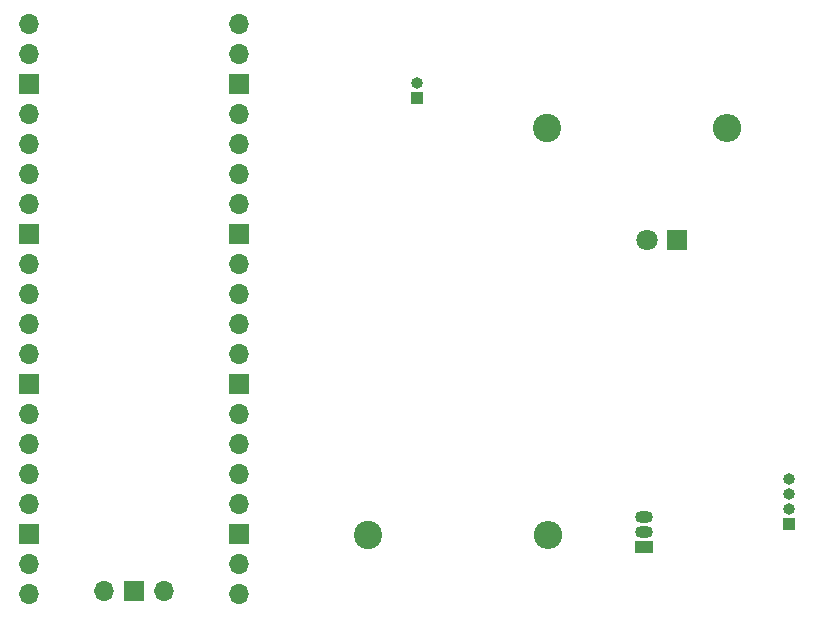
<source format=gbr>
%TF.GenerationSoftware,KiCad,Pcbnew,8.0.0*%
%TF.CreationDate,2024-03-27T21:15:47-03:00*%
%TF.ProjectId,pcb-atividade,7063622d-6174-4697-9669-646164652e6b,rev?*%
%TF.SameCoordinates,Original*%
%TF.FileFunction,Copper,L2,Bot*%
%TF.FilePolarity,Positive*%
%FSLAX46Y46*%
G04 Gerber Fmt 4.6, Leading zero omitted, Abs format (unit mm)*
G04 Created by KiCad (PCBNEW 8.0.0) date 2024-03-27 21:15:47*
%MOMM*%
%LPD*%
G01*
G04 APERTURE LIST*
%TA.AperFunction,ComponentPad*%
%ADD10R,1.500000X1.050000*%
%TD*%
%TA.AperFunction,ComponentPad*%
%ADD11O,1.500000X1.050000*%
%TD*%
%TA.AperFunction,ComponentPad*%
%ADD12R,1.000000X1.000000*%
%TD*%
%TA.AperFunction,ComponentPad*%
%ADD13O,1.000000X1.000000*%
%TD*%
%TA.AperFunction,ComponentPad*%
%ADD14O,2.400000X2.400000*%
%TD*%
%TA.AperFunction,ComponentPad*%
%ADD15C,2.400000*%
%TD*%
%TA.AperFunction,ComponentPad*%
%ADD16O,1.700000X1.700000*%
%TD*%
%TA.AperFunction,ComponentPad*%
%ADD17R,1.700000X1.700000*%
%TD*%
%TA.AperFunction,ComponentPad*%
%ADD18R,1.800000X1.800000*%
%TD*%
%TA.AperFunction,ComponentPad*%
%ADD19C,1.800000*%
%TD*%
G04 APERTURE END LIST*
D10*
%TO.P,Q1,1,C*%
%TO.N,Net-(J3-Pin_2)*%
X134275000Y-94500000D03*
D11*
%TO.P,Q1,2,B*%
X134275000Y-93230000D03*
%TO.P,Q1,3,E*%
%TO.N,GND*%
X134275000Y-91960000D03*
%TD*%
D12*
%TO.P,J3,1,Pin_1*%
%TO.N,VCC_Generic*%
X146500000Y-92530000D03*
D13*
%TO.P,J3,2,Pin_2*%
%TO.N,Net-(J3-Pin_2)*%
X146500000Y-91260000D03*
%TO.P,J3,3,Pin_3*%
%TO.N,VCC_Led*%
X146500000Y-89990000D03*
%TO.P,J3,4,Pin_4*%
%TO.N,VCC*%
X146500000Y-88720000D03*
%TD*%
D14*
%TO.P,R1,2*%
%TO.N,Net-(D1-K)*%
X141240000Y-59000000D03*
D15*
%TO.P,R1,1*%
%TO.N,GND*%
X126000000Y-59000000D03*
%TD*%
%TO.P,R2,1*%
%TO.N,GPIO16*%
X110880000Y-93500000D03*
D14*
%TO.P,R2,2*%
%TO.N,Net-(J3-Pin_2)*%
X126120000Y-93500000D03*
%TD*%
D16*
%TO.P,U1,43,SWDIO*%
%TO.N,unconnected-(U1-SWDIO-Pad43)*%
X93650000Y-98270000D03*
D17*
%TO.P,U1,42,GND*%
%TO.N,unconnected-(U1-GND-Pad42)*%
X91110000Y-98270000D03*
D16*
%TO.P,U1,41,SWCLK*%
%TO.N,unconnected-(U1-SWCLK-Pad41)*%
X88570000Y-98270000D03*
%TO.P,U1,40,VBUS*%
%TO.N,unconnected-(U1-VBUS-Pad40)*%
X100000000Y-50240000D03*
%TO.P,U1,39,VSYS*%
%TO.N,VCC*%
X100000000Y-52780000D03*
D17*
%TO.P,U1,38,GND*%
%TO.N,GND*%
X100000000Y-55320000D03*
D16*
%TO.P,U1,37,3V3_EN*%
%TO.N,unconnected-(U1-3V3_EN-Pad37)*%
X100000000Y-57860000D03*
%TO.P,U1,36,3V3*%
%TO.N,unconnected-(U1-3V3-Pad36)*%
X100000000Y-60400000D03*
%TO.P,U1,35,ADC_VREF*%
%TO.N,unconnected-(U1-ADC_VREF-Pad35)*%
X100000000Y-62940000D03*
%TO.P,U1,34,GPIO28_ADC2*%
%TO.N,unconnected-(U1-GPIO28_ADC2-Pad34)*%
X100000000Y-65480000D03*
D17*
%TO.P,U1,33,AGND*%
%TO.N,unconnected-(U1-AGND-Pad33)*%
X100000000Y-68020000D03*
D16*
%TO.P,U1,32,GPIO27_ADC1*%
%TO.N,unconnected-(U1-GPIO27_ADC1-Pad32)*%
X100000000Y-70560000D03*
%TO.P,U1,31,GPIO26_ADC0*%
%TO.N,unconnected-(U1-GPIO26_ADC0-Pad31)*%
X100000000Y-73100000D03*
%TO.P,U1,30,RUN*%
%TO.N,unconnected-(U1-RUN-Pad30)*%
X100000000Y-75640000D03*
%TO.P,U1,29,GPIO22*%
%TO.N,unconnected-(U1-GPIO22-Pad29)*%
X100000000Y-78180000D03*
D17*
%TO.P,U1,28,GND*%
%TO.N,unconnected-(U1-GND-Pad28)*%
X100000000Y-80720000D03*
D16*
%TO.P,U1,27,GPIO21*%
%TO.N,unconnected-(U1-GPIO21-Pad27)*%
X100000000Y-83260000D03*
%TO.P,U1,26,GPIO20*%
%TO.N,unconnected-(U1-GPIO20-Pad26)*%
X100000000Y-85800000D03*
%TO.P,U1,25,GPIO19*%
%TO.N,unconnected-(U1-GPIO19-Pad25)*%
X100000000Y-88340000D03*
%TO.P,U1,24,GPIO18*%
%TO.N,unconnected-(U1-GPIO18-Pad24)*%
X100000000Y-90880000D03*
D17*
%TO.P,U1,23,GND*%
%TO.N,unconnected-(U1-GND-Pad23)*%
X100000000Y-93420000D03*
D16*
%TO.P,U1,22,GPIO17*%
%TO.N,unconnected-(U1-GPIO17-Pad22)*%
X100000000Y-95960000D03*
%TO.P,U1,21,GPIO16*%
%TO.N,GPIO16*%
X100000000Y-98500000D03*
%TO.P,U1,20,GPIO15*%
%TO.N,unconnected-(U1-GPIO15-Pad20)*%
X82220000Y-98500000D03*
%TO.P,U1,19,GPIO14*%
%TO.N,unconnected-(U1-GPIO14-Pad19)*%
X82220000Y-95960000D03*
D17*
%TO.P,U1,18,GND*%
%TO.N,unconnected-(U1-GND-Pad18)*%
X82220000Y-93420000D03*
D16*
%TO.P,U1,17,GPIO13*%
%TO.N,unconnected-(U1-GPIO13-Pad17)*%
X82220000Y-90880000D03*
%TO.P,U1,16,GPIO12*%
%TO.N,unconnected-(U1-GPIO12-Pad16)*%
X82220000Y-88340000D03*
%TO.P,U1,15,GPIO11*%
%TO.N,unconnected-(U1-GPIO11-Pad15)*%
X82220000Y-85800000D03*
%TO.P,U1,14,GPIO10*%
%TO.N,unconnected-(U1-GPIO10-Pad14)*%
X82220000Y-83260000D03*
D17*
%TO.P,U1,13,GND*%
%TO.N,unconnected-(U1-GND-Pad13)*%
X82220000Y-80720000D03*
D16*
%TO.P,U1,12,GPIO9*%
%TO.N,unconnected-(U1-GPIO9-Pad12)*%
X82220000Y-78180000D03*
%TO.P,U1,11,GPIO8*%
%TO.N,unconnected-(U1-GPIO8-Pad11)*%
X82220000Y-75640000D03*
%TO.P,U1,10,GPIO7*%
%TO.N,unconnected-(U1-GPIO7-Pad10)*%
X82220000Y-73100000D03*
%TO.P,U1,9,GPIO6*%
%TO.N,unconnected-(U1-GPIO6-Pad9)*%
X82220000Y-70560000D03*
D17*
%TO.P,U1,8,GND*%
%TO.N,unconnected-(U1-GND-Pad8)*%
X82220000Y-68020000D03*
D16*
%TO.P,U1,7,GPIO5*%
%TO.N,unconnected-(U1-GPIO5-Pad7)*%
X82220000Y-65480000D03*
%TO.P,U1,6,GPIO4*%
%TO.N,unconnected-(U1-GPIO4-Pad6)*%
X82220000Y-62940000D03*
%TO.P,U1,5,GPIO3*%
%TO.N,unconnected-(U1-GPIO3-Pad5)*%
X82220000Y-60400000D03*
%TO.P,U1,4,GPIO2*%
%TO.N,unconnected-(U1-GPIO2-Pad4)*%
X82220000Y-57860000D03*
D17*
%TO.P,U1,3,GND*%
%TO.N,unconnected-(U1-GND-Pad3)*%
X82220000Y-55320000D03*
D16*
%TO.P,U1,2,GPIO1*%
%TO.N,unconnected-(U1-GPIO1-Pad2)*%
X82220000Y-52780000D03*
%TO.P,U1,1,GPIO0*%
%TO.N,unconnected-(U1-GPIO0-Pad1)*%
X82220000Y-50240000D03*
%TD*%
D12*
%TO.P,J1,1,Pin_1*%
%TO.N,GND*%
X115000000Y-56500000D03*
D13*
%TO.P,J1,2,Pin_2*%
%TO.N,VCC*%
X115000000Y-55230000D03*
%TD*%
D18*
%TO.P,D1,1,K*%
%TO.N,Net-(D1-K)*%
X137040000Y-68500000D03*
D19*
%TO.P,D1,2,A*%
%TO.N,VCC_Led*%
X134500000Y-68500000D03*
%TD*%
M02*

</source>
